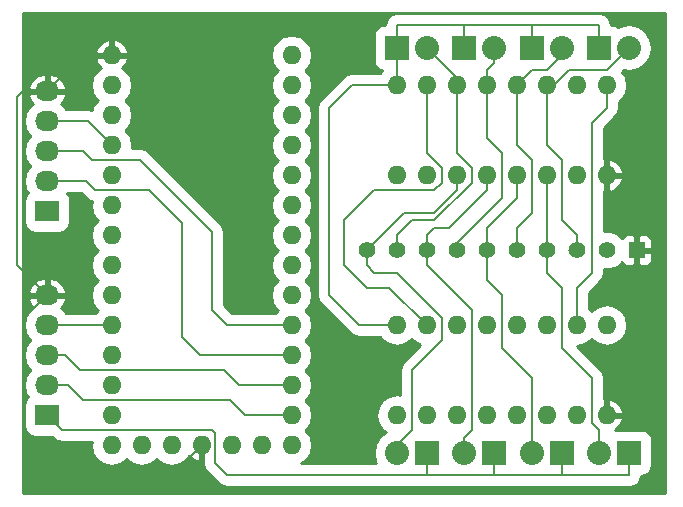
<source format=gbl>
G04 #@! TF.FileFunction,Copper,L2,Bot,Signal*
%FSLAX46Y46*%
G04 Gerber Fmt 4.6, Leading zero omitted, Abs format (unit mm)*
G04 Created by KiCad (PCBNEW 4.0.1-stable) date 27/12/2015 00:21:34*
%MOMM*%
G01*
G04 APERTURE LIST*
%ADD10C,0.100000*%
%ADD11O,1.600000X1.600000*%
%ADD12R,1.397000X1.397000*%
%ADD13C,1.397000*%
%ADD14R,2.032000X2.032000*%
%ADD15O,2.032000X2.032000*%
%ADD16R,2.032000X1.727200*%
%ADD17O,2.032000X1.727200*%
%ADD18C,0.152400*%
%ADD19C,0.254000*%
G04 APERTURE END LIST*
D10*
D11*
X90805000Y-114300000D03*
X85725000Y-114300000D03*
X88265000Y-114300000D03*
X83185000Y-114300000D03*
X78105000Y-114300000D03*
X78105000Y-81280000D03*
X78105000Y-83820000D03*
X78105000Y-86360000D03*
X78105000Y-88900000D03*
X78105000Y-91440000D03*
X78105000Y-93980000D03*
X78105000Y-96520000D03*
X78105000Y-99060000D03*
X78105000Y-101600000D03*
X78105000Y-104140000D03*
X78105000Y-106680000D03*
X78105000Y-109220000D03*
X78105000Y-111760000D03*
X80645000Y-114300000D03*
X93345000Y-114300000D03*
X93345000Y-111760000D03*
X93345000Y-109220000D03*
X93345000Y-106680000D03*
X93345000Y-104140000D03*
X93345000Y-101600000D03*
X93345000Y-99060000D03*
X93345000Y-96520000D03*
X93345000Y-93980000D03*
X93345000Y-91440000D03*
X93345000Y-88900000D03*
X93345000Y-86360000D03*
X93345000Y-83820000D03*
X93345000Y-81280000D03*
D12*
X122555000Y-97790000D03*
D13*
X120015000Y-97790000D03*
X117475000Y-97790000D03*
X114935000Y-97790000D03*
X112395000Y-97790000D03*
X109855000Y-97790000D03*
X107315000Y-97790000D03*
X104775000Y-97790000D03*
X102235000Y-97790000D03*
X99695000Y-97790000D03*
D11*
X102235000Y-91440000D03*
X104775000Y-91440000D03*
X107315000Y-91440000D03*
X109855000Y-91440000D03*
X112395000Y-91440000D03*
X114935000Y-91440000D03*
X117475000Y-91440000D03*
X120015000Y-91440000D03*
X120015000Y-83820000D03*
X117475000Y-83820000D03*
X114935000Y-83820000D03*
X112395000Y-83820000D03*
X109855000Y-83820000D03*
X107315000Y-83820000D03*
X104775000Y-83820000D03*
X102235000Y-83820000D03*
X102235000Y-111760000D03*
X104775000Y-111760000D03*
X107315000Y-111760000D03*
X109855000Y-111760000D03*
X112395000Y-111760000D03*
X114935000Y-111760000D03*
X117475000Y-111760000D03*
X120015000Y-111760000D03*
X120015000Y-104140000D03*
X117475000Y-104140000D03*
X114935000Y-104140000D03*
X112395000Y-104140000D03*
X109855000Y-104140000D03*
X107315000Y-104140000D03*
X104775000Y-104140000D03*
X102235000Y-104140000D03*
D14*
X102235000Y-80645000D03*
D15*
X104775000Y-80645000D03*
D14*
X119380000Y-80645000D03*
D15*
X121920000Y-80645000D03*
D14*
X104775000Y-114935000D03*
D15*
X102235000Y-114935000D03*
D14*
X116205000Y-114935000D03*
D15*
X113665000Y-114935000D03*
D14*
X110490000Y-114935000D03*
D15*
X107950000Y-114935000D03*
D16*
X72644000Y-111760000D03*
D17*
X72644000Y-109220000D03*
X72644000Y-106680000D03*
X72644000Y-104140000D03*
X72644000Y-101600000D03*
D16*
X72644000Y-94488000D03*
D17*
X72644000Y-91948000D03*
X72644000Y-89408000D03*
X72644000Y-86868000D03*
X72644000Y-84328000D03*
D14*
X113665000Y-80645000D03*
D15*
X116205000Y-80645000D03*
D14*
X107950000Y-80645000D03*
D15*
X110490000Y-80645000D03*
D14*
X121920000Y-114935000D03*
D15*
X119380000Y-114935000D03*
D18*
X104775000Y-114935000D02*
X104775000Y-116713000D01*
X73914000Y-113030000D02*
X72644000Y-111760000D01*
X86614000Y-113030000D02*
X73914000Y-113030000D01*
X86868000Y-113284000D02*
X86614000Y-113030000D01*
X86868000Y-115824000D02*
X86868000Y-113284000D01*
X87884000Y-116840000D02*
X86868000Y-115824000D01*
X104648000Y-116840000D02*
X87884000Y-116840000D01*
X104775000Y-116713000D02*
X104648000Y-116840000D01*
X116205000Y-114935000D02*
X116205000Y-116840000D01*
X110490000Y-114935000D02*
X110490000Y-116840000D01*
X121920000Y-114935000D02*
X121920000Y-116840000D01*
X104775000Y-116840000D02*
X104775000Y-114935000D01*
X121920000Y-116840000D02*
X116205000Y-116840000D01*
X116205000Y-116840000D02*
X110490000Y-116840000D01*
X110490000Y-116840000D02*
X104775000Y-116840000D01*
X102235000Y-83820000D02*
X98425000Y-83820000D01*
X99060000Y-104140000D02*
X102235000Y-104140000D01*
X96520000Y-101600000D02*
X99060000Y-104140000D01*
X96520000Y-85725000D02*
X96520000Y-101600000D01*
X98425000Y-83820000D02*
X96520000Y-85725000D01*
X107950000Y-80645000D02*
X107950000Y-78740000D01*
X113665000Y-80645000D02*
X113665000Y-78740000D01*
X102235000Y-80645000D02*
X102235000Y-78740000D01*
X119380000Y-78740000D02*
X119380000Y-80645000D01*
X102235000Y-78740000D02*
X107950000Y-78740000D01*
X107950000Y-78740000D02*
X113665000Y-78740000D01*
X113665000Y-78740000D02*
X119380000Y-78740000D01*
X102235000Y-80645000D02*
X102235000Y-83820000D01*
X72644000Y-109220000D02*
X74422000Y-109220000D01*
X89408000Y-111760000D02*
X93345000Y-111760000D01*
X88138000Y-110490000D02*
X89408000Y-111760000D01*
X75692000Y-110490000D02*
X88138000Y-110490000D01*
X74422000Y-109220000D02*
X75692000Y-110490000D01*
X72644000Y-106680000D02*
X74168000Y-106680000D01*
X88900000Y-109220000D02*
X93345000Y-109220000D01*
X87630000Y-107950000D02*
X88900000Y-109220000D01*
X75438000Y-107950000D02*
X87630000Y-107950000D01*
X74168000Y-106680000D02*
X75438000Y-107950000D01*
X72644000Y-104140000D02*
X78105000Y-104140000D01*
X72644000Y-101600000D02*
X70612000Y-103632000D01*
X83693000Y-116332000D02*
X85725000Y-114300000D01*
X71120000Y-116332000D02*
X83693000Y-116332000D01*
X70612000Y-115824000D02*
X71120000Y-116332000D01*
X70612000Y-103632000D02*
X70612000Y-115824000D01*
X72644000Y-84328000D02*
X70612000Y-84328000D01*
X70612000Y-84328000D02*
X70104000Y-84836000D01*
X70104000Y-84836000D02*
X70104000Y-99060000D01*
X70104000Y-99060000D02*
X72644000Y-101600000D01*
X78105000Y-81280000D02*
X75692000Y-81280000D01*
X75692000Y-81280000D02*
X72644000Y-84328000D01*
X122555000Y-97790000D02*
X122555000Y-111760000D01*
X122555000Y-111760000D02*
X120015000Y-111760000D01*
X120015000Y-91440000D02*
X121920000Y-91440000D01*
X122555000Y-92075000D02*
X122555000Y-97790000D01*
X121920000Y-91440000D02*
X122555000Y-92075000D01*
X72644000Y-91948000D02*
X75946000Y-91948000D01*
X85598000Y-106680000D02*
X93345000Y-106680000D01*
X84074000Y-105156000D02*
X85598000Y-106680000D01*
X84074000Y-95504000D02*
X84074000Y-105156000D01*
X81280000Y-92710000D02*
X84074000Y-95504000D01*
X76708000Y-92710000D02*
X81280000Y-92710000D01*
X75946000Y-91948000D02*
X76708000Y-92710000D01*
X72644000Y-89408000D02*
X75692000Y-89408000D01*
X87884000Y-104140000D02*
X93345000Y-104140000D01*
X86614000Y-102870000D02*
X87884000Y-104140000D01*
X86614000Y-96266000D02*
X86614000Y-102870000D01*
X80518000Y-90170000D02*
X86614000Y-96266000D01*
X76454000Y-90170000D02*
X80518000Y-90170000D01*
X75692000Y-89408000D02*
X76454000Y-90170000D01*
X72644000Y-86868000D02*
X76073000Y-86868000D01*
X76073000Y-86868000D02*
X78105000Y-88900000D01*
X112395000Y-83820000D02*
X112395000Y-88900000D01*
X112395000Y-95885000D02*
X112395000Y-97790000D01*
X113665000Y-94615000D02*
X112395000Y-95885000D01*
X113665000Y-90170000D02*
X113665000Y-94615000D01*
X112395000Y-88900000D02*
X113665000Y-90170000D01*
X112395000Y-83820000D02*
X113665000Y-82550000D01*
X114935000Y-82550000D02*
X116205000Y-81280000D01*
X113665000Y-82550000D02*
X114935000Y-82550000D01*
X116205000Y-81280000D02*
X116205000Y-80645000D01*
X102235000Y-114935000D02*
X102235000Y-114300000D01*
X102235000Y-114300000D02*
X103505000Y-113030000D01*
X103505000Y-113030000D02*
X103505000Y-107950000D01*
X103505000Y-107950000D02*
X106045000Y-105410000D01*
X106045000Y-105410000D02*
X106045000Y-103505000D01*
X106045000Y-103505000D02*
X102235000Y-99695000D01*
X102235000Y-99695000D02*
X100330000Y-99695000D01*
X100330000Y-99695000D02*
X99695000Y-99060000D01*
X99695000Y-99060000D02*
X99695000Y-97790000D01*
X107315000Y-91440000D02*
X107315000Y-92710000D01*
X102870000Y-94615000D02*
X99695000Y-97790000D01*
X105410000Y-94615000D02*
X102870000Y-94615000D01*
X107315000Y-92710000D02*
X105410000Y-94615000D01*
X109855000Y-83820000D02*
X109855000Y-82550000D01*
X110490000Y-81915000D02*
X110490000Y-80645000D01*
X109855000Y-82550000D02*
X110490000Y-81915000D01*
X109855000Y-83820000D02*
X109855000Y-88265000D01*
X111125000Y-93345000D02*
X107315000Y-97155000D01*
X111125000Y-89535000D02*
X111125000Y-93345000D01*
X109855000Y-88265000D02*
X111125000Y-89535000D01*
X107315000Y-97155000D02*
X107315000Y-97790000D01*
X109855000Y-81280000D02*
X110490000Y-80645000D01*
X113665000Y-114935000D02*
X113665000Y-108585000D01*
X109855000Y-100330000D02*
X109855000Y-97790000D01*
X111125000Y-101600000D02*
X109855000Y-100330000D01*
X111125000Y-106045000D02*
X111125000Y-101600000D01*
X113665000Y-108585000D02*
X111125000Y-106045000D01*
X112395000Y-91440000D02*
X112395000Y-93345000D01*
X109855000Y-95885000D02*
X109855000Y-97790000D01*
X112395000Y-93345000D02*
X109855000Y-95885000D01*
X107315000Y-83820000D02*
X107315000Y-89535000D01*
X102235000Y-96520000D02*
X102235000Y-97790000D01*
X103505000Y-95250000D02*
X102235000Y-96520000D01*
X105410000Y-95250000D02*
X103505000Y-95250000D01*
X108585000Y-92075000D02*
X105410000Y-95250000D01*
X108585000Y-90805000D02*
X108585000Y-92075000D01*
X107315000Y-89535000D02*
X108585000Y-90805000D01*
X107315000Y-83820000D02*
X107315000Y-83185000D01*
X107315000Y-83185000D02*
X104775000Y-80645000D01*
X119380000Y-114935000D02*
X119380000Y-113030000D01*
X114935000Y-99695000D02*
X114935000Y-97790000D01*
X116205000Y-100965000D02*
X114935000Y-99695000D01*
X116205000Y-106045000D02*
X116205000Y-100965000D01*
X118745000Y-108585000D02*
X116205000Y-106045000D01*
X118745000Y-112395000D02*
X118745000Y-108585000D01*
X119380000Y-113030000D02*
X118745000Y-112395000D01*
X114935000Y-91440000D02*
X114935000Y-97790000D01*
X114935000Y-91440000D02*
X114935000Y-92075000D01*
X114935000Y-83820000D02*
X114935000Y-88900000D01*
X117475000Y-96520000D02*
X117475000Y-97790000D01*
X116205000Y-95250000D02*
X117475000Y-96520000D01*
X116205000Y-90170000D02*
X116205000Y-95250000D01*
X114935000Y-88900000D02*
X116205000Y-90170000D01*
X114935000Y-83820000D02*
X115570000Y-83820000D01*
X115570000Y-83820000D02*
X116840000Y-82550000D01*
X120015000Y-82550000D02*
X121920000Y-80645000D01*
X116840000Y-82550000D02*
X120015000Y-82550000D01*
X116840000Y-97790000D02*
X117475000Y-97790000D01*
X107950000Y-114935000D02*
X107950000Y-113665000D01*
X104775000Y-99060000D02*
X104775000Y-97790000D01*
X108585000Y-102870000D02*
X104775000Y-99060000D01*
X108585000Y-113030000D02*
X108585000Y-102870000D01*
X107950000Y-113665000D02*
X108585000Y-113030000D01*
X109855000Y-91440000D02*
X109855000Y-92710000D01*
X105410000Y-95885000D02*
X104775000Y-96520000D01*
X106680000Y-95885000D02*
X105410000Y-95885000D01*
X109855000Y-92710000D02*
X106680000Y-95885000D01*
X104775000Y-96520000D02*
X104775000Y-97790000D01*
X104775000Y-96520000D02*
X104775000Y-97790000D01*
X109855000Y-91440000D02*
X109855000Y-92075000D01*
X104775000Y-83820000D02*
X104775000Y-89535000D01*
X101600000Y-100965000D02*
X104775000Y-104140000D01*
X99695000Y-100965000D02*
X101600000Y-100965000D01*
X97790000Y-99060000D02*
X99695000Y-100965000D01*
X97790000Y-95250000D02*
X97790000Y-99060000D01*
X100330000Y-92710000D02*
X97790000Y-95250000D01*
X105410000Y-92710000D02*
X100330000Y-92710000D01*
X106045000Y-92075000D02*
X105410000Y-92710000D01*
X106045000Y-90805000D02*
X106045000Y-92075000D01*
X104775000Y-89535000D02*
X106045000Y-90805000D01*
X117475000Y-104140000D02*
X117475000Y-100965000D01*
X120015000Y-85725000D02*
X120015000Y-83820000D01*
X118745000Y-86995000D02*
X120015000Y-85725000D01*
X118745000Y-99695000D02*
X118745000Y-86995000D01*
X117475000Y-100965000D02*
X118745000Y-99695000D01*
D19*
G36*
X124982000Y-118378000D02*
X70598000Y-118378000D01*
X70598000Y-101240974D01*
X71036642Y-101240974D01*
X71157783Y-101473000D01*
X72517000Y-101473000D01*
X72517000Y-100259076D01*
X72771000Y-100259076D01*
X72771000Y-101473000D01*
X74130217Y-101473000D01*
X74251358Y-101240974D01*
X74248709Y-101225209D01*
X73994732Y-100697964D01*
X73558320Y-100308046D01*
X73005913Y-100114816D01*
X72771000Y-100259076D01*
X72517000Y-100259076D01*
X72282087Y-100114816D01*
X71729680Y-100308046D01*
X71293268Y-100697964D01*
X71039291Y-101225209D01*
X71036642Y-101240974D01*
X70598000Y-101240974D01*
X70598000Y-86868000D01*
X70662934Y-86868000D01*
X70799235Y-87553233D01*
X71187389Y-88134145D01*
X71193158Y-88138000D01*
X71187389Y-88141855D01*
X70799235Y-88722767D01*
X70662934Y-89408000D01*
X70799235Y-90093233D01*
X71187389Y-90674145D01*
X71193158Y-90678000D01*
X71187389Y-90681855D01*
X70799235Y-91262767D01*
X70662934Y-91948000D01*
X70799235Y-92633233D01*
X70996838Y-92928966D01*
X70968967Y-92946901D01*
X70757304Y-93256679D01*
X70682839Y-93624400D01*
X70682839Y-95351600D01*
X70747478Y-95695126D01*
X70950501Y-96010633D01*
X71260279Y-96222296D01*
X71628000Y-96296761D01*
X73660000Y-96296761D01*
X74003526Y-96232122D01*
X74319033Y-96029099D01*
X74530696Y-95719321D01*
X74605161Y-95351600D01*
X74605161Y-93624400D01*
X74540522Y-93280874D01*
X74337499Y-92965367D01*
X74316765Y-92951200D01*
X75530460Y-92951200D01*
X75998628Y-93419367D01*
X75998630Y-93419370D01*
X76272404Y-93602299D01*
X76324092Y-93636836D01*
X76409064Y-93653738D01*
X76344166Y-93980000D01*
X76475626Y-94640894D01*
X76849993Y-95201173D01*
X76923068Y-95250000D01*
X76849993Y-95298827D01*
X76475626Y-95859106D01*
X76344166Y-96520000D01*
X76475626Y-97180894D01*
X76849993Y-97741173D01*
X76923068Y-97790000D01*
X76849993Y-97838827D01*
X76475626Y-98399106D01*
X76344166Y-99060000D01*
X76475626Y-99720894D01*
X76849993Y-100281173D01*
X76923068Y-100330000D01*
X76849993Y-100378827D01*
X76475626Y-100939106D01*
X76344166Y-101600000D01*
X76475626Y-102260894D01*
X76849993Y-102821173D01*
X76923068Y-102870000D01*
X76849993Y-102918827D01*
X76704348Y-103136800D01*
X74276306Y-103136800D01*
X74100611Y-102873855D01*
X73801940Y-102674289D01*
X73994732Y-102502036D01*
X74248709Y-101974791D01*
X74251358Y-101959026D01*
X74130217Y-101727000D01*
X72771000Y-101727000D01*
X72771000Y-101747000D01*
X72517000Y-101747000D01*
X72517000Y-101727000D01*
X71157783Y-101727000D01*
X71036642Y-101959026D01*
X71039291Y-101974791D01*
X71293268Y-102502036D01*
X71486060Y-102674289D01*
X71187389Y-102873855D01*
X70799235Y-103454767D01*
X70662934Y-104140000D01*
X70799235Y-104825233D01*
X71187389Y-105406145D01*
X71193158Y-105410000D01*
X71187389Y-105413855D01*
X70799235Y-105994767D01*
X70662934Y-106680000D01*
X70799235Y-107365233D01*
X71187389Y-107946145D01*
X71193158Y-107950000D01*
X71187389Y-107953855D01*
X70799235Y-108534767D01*
X70662934Y-109220000D01*
X70799235Y-109905233D01*
X70996838Y-110200966D01*
X70968967Y-110218901D01*
X70757304Y-110528679D01*
X70682839Y-110896400D01*
X70682839Y-112623600D01*
X70747478Y-112967126D01*
X70950501Y-113282633D01*
X71260279Y-113494296D01*
X71628000Y-113568761D01*
X73034022Y-113568761D01*
X73204628Y-113739367D01*
X73204630Y-113739370D01*
X73469114Y-113916092D01*
X73530092Y-113956836D01*
X73914000Y-114033201D01*
X73914005Y-114033200D01*
X76397236Y-114033200D01*
X76344166Y-114300000D01*
X76475626Y-114960894D01*
X76849993Y-115521173D01*
X77410272Y-115895540D01*
X78071166Y-116027000D01*
X78138834Y-116027000D01*
X78799728Y-115895540D01*
X79360007Y-115521173D01*
X79375000Y-115498734D01*
X79389993Y-115521173D01*
X79950272Y-115895540D01*
X80611166Y-116027000D01*
X80678834Y-116027000D01*
X81339728Y-115895540D01*
X81900007Y-115521173D01*
X81915000Y-115498734D01*
X81929993Y-115521173D01*
X82490272Y-115895540D01*
X83151166Y-116027000D01*
X83218834Y-116027000D01*
X83879728Y-115895540D01*
X84440007Y-115521173D01*
X84648931Y-115208497D01*
X84869866Y-115452389D01*
X85375959Y-115691914D01*
X85598000Y-115570629D01*
X85598000Y-114427000D01*
X85578000Y-114427000D01*
X85578000Y-114173000D01*
X85598000Y-114173000D01*
X85598000Y-114153000D01*
X85852000Y-114153000D01*
X85852000Y-114173000D01*
X85864800Y-114173000D01*
X85864800Y-114427000D01*
X85852000Y-114427000D01*
X85852000Y-115570629D01*
X85864800Y-115577621D01*
X85864800Y-115823995D01*
X85864799Y-115824000D01*
X85941164Y-116207908D01*
X86158630Y-116533370D01*
X87174630Y-117549370D01*
X87500092Y-117766836D01*
X87884000Y-117843201D01*
X87884005Y-117843200D01*
X104647995Y-117843200D01*
X104648000Y-117843201D01*
X104711502Y-117830569D01*
X104775000Y-117843200D01*
X121920000Y-117843200D01*
X122303908Y-117766836D01*
X122629370Y-117549370D01*
X122846836Y-117223908D01*
X122912029Y-116896161D01*
X122936000Y-116896161D01*
X123279526Y-116831522D01*
X123595033Y-116628499D01*
X123806696Y-116318721D01*
X123881161Y-115951000D01*
X123881161Y-113919000D01*
X123816522Y-113575474D01*
X123613499Y-113259967D01*
X123303721Y-113048304D01*
X122936000Y-112973839D01*
X120904000Y-112973839D01*
X120702343Y-113011783D01*
X120752423Y-112991041D01*
X121167389Y-112615134D01*
X121406914Y-112109041D01*
X121285629Y-111887000D01*
X120142000Y-111887000D01*
X120142000Y-111907000D01*
X119888000Y-111907000D01*
X119888000Y-111887000D01*
X119868000Y-111887000D01*
X119868000Y-111633000D01*
X119888000Y-111633000D01*
X119888000Y-110490085D01*
X120142000Y-110490085D01*
X120142000Y-111633000D01*
X121285629Y-111633000D01*
X121406914Y-111410959D01*
X121167389Y-110904866D01*
X120752423Y-110528959D01*
X120364039Y-110368096D01*
X120142000Y-110490085D01*
X119888000Y-110490085D01*
X119748200Y-110413278D01*
X119748200Y-108585000D01*
X119671836Y-108201092D01*
X119454370Y-107875630D01*
X119454367Y-107875628D01*
X117478815Y-105900075D01*
X118135894Y-105769374D01*
X118696173Y-105395007D01*
X118745000Y-105321932D01*
X118793827Y-105395007D01*
X119354106Y-105769374D01*
X120015000Y-105900834D01*
X120675894Y-105769374D01*
X121236173Y-105395007D01*
X121610540Y-104834728D01*
X121742000Y-104173834D01*
X121742000Y-104106166D01*
X121610540Y-103445272D01*
X121236173Y-102884993D01*
X120675894Y-102510626D01*
X120015000Y-102379166D01*
X119354106Y-102510626D01*
X118793827Y-102884993D01*
X118745000Y-102958068D01*
X118696173Y-102884993D01*
X118478200Y-102739348D01*
X118478200Y-101380540D01*
X119454367Y-100404372D01*
X119454370Y-100404370D01*
X119671836Y-100078908D01*
X119674961Y-100063200D01*
X119748201Y-99695000D01*
X119748200Y-99694995D01*
X119748200Y-99415268D01*
X120336913Y-99415781D01*
X120934569Y-99168835D01*
X121299917Y-98804124D01*
X121318173Y-98848199D01*
X121496802Y-99026827D01*
X121730191Y-99123500D01*
X122269250Y-99123500D01*
X122428000Y-98964750D01*
X122428000Y-97917000D01*
X122682000Y-97917000D01*
X122682000Y-98964750D01*
X122840750Y-99123500D01*
X123379809Y-99123500D01*
X123613198Y-99026827D01*
X123791827Y-98848199D01*
X123888500Y-98614810D01*
X123888500Y-98075750D01*
X123729750Y-97917000D01*
X122682000Y-97917000D01*
X122428000Y-97917000D01*
X122408000Y-97917000D01*
X122408000Y-97663000D01*
X122428000Y-97663000D01*
X122428000Y-96615250D01*
X122682000Y-96615250D01*
X122682000Y-97663000D01*
X123729750Y-97663000D01*
X123888500Y-97504250D01*
X123888500Y-96965190D01*
X123791827Y-96731801D01*
X123613198Y-96553173D01*
X123379809Y-96456500D01*
X122840750Y-96456500D01*
X122682000Y-96615250D01*
X122428000Y-96615250D01*
X122269250Y-96456500D01*
X121730191Y-96456500D01*
X121496802Y-96553173D01*
X121318173Y-96731801D01*
X121299778Y-96776210D01*
X120936974Y-96412772D01*
X120339750Y-96164783D01*
X119748200Y-96164267D01*
X119748200Y-92786722D01*
X119888000Y-92709915D01*
X119888000Y-91567000D01*
X120142000Y-91567000D01*
X120142000Y-92709915D01*
X120364039Y-92831904D01*
X120752423Y-92671041D01*
X121167389Y-92295134D01*
X121406914Y-91789041D01*
X121285629Y-91567000D01*
X120142000Y-91567000D01*
X119888000Y-91567000D01*
X119868000Y-91567000D01*
X119868000Y-91313000D01*
X119888000Y-91313000D01*
X119888000Y-90170085D01*
X120142000Y-90170085D01*
X120142000Y-91313000D01*
X121285629Y-91313000D01*
X121406914Y-91090959D01*
X121167389Y-90584866D01*
X120752423Y-90208959D01*
X120364039Y-90048096D01*
X120142000Y-90170085D01*
X119888000Y-90170085D01*
X119748200Y-90093278D01*
X119748200Y-87410540D01*
X120724367Y-86434372D01*
X120724370Y-86434370D01*
X120941836Y-86108908D01*
X121018201Y-85725000D01*
X121018200Y-85724995D01*
X121018200Y-85220652D01*
X121236173Y-85075007D01*
X121610540Y-84514728D01*
X121742000Y-83853834D01*
X121742000Y-83786166D01*
X121610540Y-83125272D01*
X121309302Y-82674438D01*
X121450970Y-82532770D01*
X121920000Y-82626066D01*
X122663554Y-82478164D01*
X123293908Y-82056974D01*
X123715098Y-81426620D01*
X123863000Y-80683066D01*
X123863000Y-80606934D01*
X123715098Y-79863380D01*
X123293908Y-79233026D01*
X122663554Y-78811836D01*
X121920000Y-78663934D01*
X121176446Y-78811836D01*
X121007390Y-78924796D01*
X120763721Y-78758304D01*
X120396000Y-78683839D01*
X120372029Y-78683839D01*
X120306836Y-78356092D01*
X120089370Y-78030630D01*
X119763908Y-77813164D01*
X119380000Y-77736800D01*
X102235000Y-77736800D01*
X101851092Y-77813164D01*
X101525630Y-78030630D01*
X101308164Y-78356092D01*
X101242971Y-78683839D01*
X101219000Y-78683839D01*
X100875474Y-78748478D01*
X100559967Y-78951501D01*
X100348304Y-79261279D01*
X100273839Y-79629000D01*
X100273839Y-81661000D01*
X100338478Y-82004526D01*
X100541501Y-82320033D01*
X100851279Y-82531696D01*
X101014264Y-82564701D01*
X101013827Y-82564993D01*
X100845575Y-82816800D01*
X98425005Y-82816800D01*
X98425000Y-82816799D01*
X98041092Y-82893164D01*
X97715630Y-83110630D01*
X97715628Y-83110633D01*
X95810630Y-85015630D01*
X95593164Y-85341092D01*
X95516799Y-85725000D01*
X95516800Y-85725005D01*
X95516800Y-101599995D01*
X95516799Y-101600000D01*
X95593164Y-101983908D01*
X95810630Y-102309370D01*
X98350628Y-104849367D01*
X98350630Y-104849370D01*
X98676092Y-105066836D01*
X99060000Y-105143200D01*
X100845575Y-105143200D01*
X101013827Y-105395007D01*
X101574106Y-105769374D01*
X102235000Y-105900834D01*
X102895894Y-105769374D01*
X103456173Y-105395007D01*
X103505000Y-105321932D01*
X103553827Y-105395007D01*
X104114106Y-105769374D01*
X104241539Y-105794722D01*
X102795630Y-107240630D01*
X102578164Y-107566092D01*
X102501799Y-107950000D01*
X102501800Y-107950005D01*
X102501800Y-110052236D01*
X102235000Y-109999166D01*
X101574106Y-110130626D01*
X101013827Y-110504993D01*
X100639460Y-111065272D01*
X100508000Y-111726166D01*
X100508000Y-111793834D01*
X100639460Y-112454728D01*
X101013827Y-113015007D01*
X101317611Y-113217989D01*
X100861092Y-113523026D01*
X100439902Y-114153380D01*
X100292000Y-114896934D01*
X100292000Y-114973066D01*
X100439902Y-115716620D01*
X100520204Y-115836800D01*
X94127638Y-115836800D01*
X94600007Y-115521173D01*
X94974374Y-114960894D01*
X95105834Y-114300000D01*
X94974374Y-113639106D01*
X94600007Y-113078827D01*
X94526932Y-113030000D01*
X94600007Y-112981173D01*
X94974374Y-112420894D01*
X95105834Y-111760000D01*
X94974374Y-111099106D01*
X94600007Y-110538827D01*
X94526932Y-110490000D01*
X94600007Y-110441173D01*
X94974374Y-109880894D01*
X95105834Y-109220000D01*
X94974374Y-108559106D01*
X94600007Y-107998827D01*
X94526932Y-107950000D01*
X94600007Y-107901173D01*
X94974374Y-107340894D01*
X95105834Y-106680000D01*
X94974374Y-106019106D01*
X94600007Y-105458827D01*
X94526932Y-105410000D01*
X94600007Y-105361173D01*
X94974374Y-104800894D01*
X95105834Y-104140000D01*
X94974374Y-103479106D01*
X94600007Y-102918827D01*
X94526932Y-102870000D01*
X94600007Y-102821173D01*
X94974374Y-102260894D01*
X95105834Y-101600000D01*
X94974374Y-100939106D01*
X94600007Y-100378827D01*
X94526932Y-100330000D01*
X94600007Y-100281173D01*
X94974374Y-99720894D01*
X95105834Y-99060000D01*
X94974374Y-98399106D01*
X94600007Y-97838827D01*
X94526932Y-97790000D01*
X94600007Y-97741173D01*
X94974374Y-97180894D01*
X95105834Y-96520000D01*
X94974374Y-95859106D01*
X94600007Y-95298827D01*
X94526932Y-95250000D01*
X94600007Y-95201173D01*
X94974374Y-94640894D01*
X95105834Y-93980000D01*
X94974374Y-93319106D01*
X94600007Y-92758827D01*
X94526932Y-92710000D01*
X94600007Y-92661173D01*
X94974374Y-92100894D01*
X95105834Y-91440000D01*
X94974374Y-90779106D01*
X94600007Y-90218827D01*
X94526932Y-90170000D01*
X94600007Y-90121173D01*
X94974374Y-89560894D01*
X95105834Y-88900000D01*
X94974374Y-88239106D01*
X94600007Y-87678827D01*
X94526932Y-87630000D01*
X94600007Y-87581173D01*
X94974374Y-87020894D01*
X95105834Y-86360000D01*
X94974374Y-85699106D01*
X94600007Y-85138827D01*
X94526932Y-85090000D01*
X94600007Y-85041173D01*
X94974374Y-84480894D01*
X95105834Y-83820000D01*
X94974374Y-83159106D01*
X94600007Y-82598827D01*
X94526932Y-82550000D01*
X94600007Y-82501173D01*
X94974374Y-81940894D01*
X95105834Y-81280000D01*
X94974374Y-80619106D01*
X94600007Y-80058827D01*
X94039728Y-79684460D01*
X93378834Y-79553000D01*
X93311166Y-79553000D01*
X92650272Y-79684460D01*
X92089993Y-80058827D01*
X91715626Y-80619106D01*
X91584166Y-81280000D01*
X91715626Y-81940894D01*
X92089993Y-82501173D01*
X92163068Y-82550000D01*
X92089993Y-82598827D01*
X91715626Y-83159106D01*
X91584166Y-83820000D01*
X91715626Y-84480894D01*
X92089993Y-85041173D01*
X92163068Y-85090000D01*
X92089993Y-85138827D01*
X91715626Y-85699106D01*
X91584166Y-86360000D01*
X91715626Y-87020894D01*
X92089993Y-87581173D01*
X92163068Y-87630000D01*
X92089993Y-87678827D01*
X91715626Y-88239106D01*
X91584166Y-88900000D01*
X91715626Y-89560894D01*
X92089993Y-90121173D01*
X92163068Y-90170000D01*
X92089993Y-90218827D01*
X91715626Y-90779106D01*
X91584166Y-91440000D01*
X91715626Y-92100894D01*
X92089993Y-92661173D01*
X92163068Y-92710000D01*
X92089993Y-92758827D01*
X91715626Y-93319106D01*
X91584166Y-93980000D01*
X91715626Y-94640894D01*
X92089993Y-95201173D01*
X92163068Y-95250000D01*
X92089993Y-95298827D01*
X91715626Y-95859106D01*
X91584166Y-96520000D01*
X91715626Y-97180894D01*
X92089993Y-97741173D01*
X92163068Y-97790000D01*
X92089993Y-97838827D01*
X91715626Y-98399106D01*
X91584166Y-99060000D01*
X91715626Y-99720894D01*
X92089993Y-100281173D01*
X92163068Y-100330000D01*
X92089993Y-100378827D01*
X91715626Y-100939106D01*
X91584166Y-101600000D01*
X91715626Y-102260894D01*
X92089993Y-102821173D01*
X92163068Y-102870000D01*
X92089993Y-102918827D01*
X91944348Y-103136800D01*
X88299539Y-103136800D01*
X87617200Y-102454460D01*
X87617200Y-96266005D01*
X87617201Y-96266000D01*
X87540836Y-95882092D01*
X87432076Y-95719321D01*
X87323370Y-95556630D01*
X87323367Y-95556628D01*
X81227370Y-89460630D01*
X80901908Y-89243164D01*
X80518000Y-89166799D01*
X80517995Y-89166800D01*
X79812764Y-89166800D01*
X79865834Y-88900000D01*
X79734374Y-88239106D01*
X79360007Y-87678827D01*
X79286932Y-87630000D01*
X79360007Y-87581173D01*
X79734374Y-87020894D01*
X79865834Y-86360000D01*
X79734374Y-85699106D01*
X79360007Y-85138827D01*
X79286932Y-85090000D01*
X79360007Y-85041173D01*
X79734374Y-84480894D01*
X79865834Y-83820000D01*
X79734374Y-83159106D01*
X79360007Y-82598827D01*
X79016987Y-82369628D01*
X79336041Y-82017423D01*
X79496904Y-81629039D01*
X79374915Y-81407000D01*
X78232000Y-81407000D01*
X78232000Y-81427000D01*
X77978000Y-81427000D01*
X77978000Y-81407000D01*
X76835085Y-81407000D01*
X76713096Y-81629039D01*
X76873959Y-82017423D01*
X77193013Y-82369628D01*
X76849993Y-82598827D01*
X76475626Y-83159106D01*
X76344166Y-83820000D01*
X76475626Y-84480894D01*
X76849993Y-85041173D01*
X76923068Y-85090000D01*
X76849993Y-85138827D01*
X76475626Y-85699106D01*
X76428598Y-85935533D01*
X76073000Y-85864799D01*
X76072995Y-85864800D01*
X74276306Y-85864800D01*
X74100611Y-85601855D01*
X73801940Y-85402289D01*
X73994732Y-85230036D01*
X74248709Y-84702791D01*
X74251358Y-84687026D01*
X74130217Y-84455000D01*
X72771000Y-84455000D01*
X72771000Y-84475000D01*
X72517000Y-84475000D01*
X72517000Y-84455000D01*
X71157783Y-84455000D01*
X71036642Y-84687026D01*
X71039291Y-84702791D01*
X71293268Y-85230036D01*
X71486060Y-85402289D01*
X71187389Y-85601855D01*
X70799235Y-86182767D01*
X70662934Y-86868000D01*
X70598000Y-86868000D01*
X70598000Y-83968974D01*
X71036642Y-83968974D01*
X71157783Y-84201000D01*
X72517000Y-84201000D01*
X72517000Y-82987076D01*
X72771000Y-82987076D01*
X72771000Y-84201000D01*
X74130217Y-84201000D01*
X74251358Y-83968974D01*
X74248709Y-83953209D01*
X73994732Y-83425964D01*
X73558320Y-83036046D01*
X73005913Y-82842816D01*
X72771000Y-82987076D01*
X72517000Y-82987076D01*
X72282087Y-82842816D01*
X71729680Y-83036046D01*
X71293268Y-83425964D01*
X71039291Y-83953209D01*
X71036642Y-83968974D01*
X70598000Y-83968974D01*
X70598000Y-80930961D01*
X76713096Y-80930961D01*
X76835085Y-81153000D01*
X77978000Y-81153000D01*
X77978000Y-80009371D01*
X78232000Y-80009371D01*
X78232000Y-81153000D01*
X79374915Y-81153000D01*
X79496904Y-80930961D01*
X79336041Y-80542577D01*
X78960134Y-80127611D01*
X78454041Y-79888086D01*
X78232000Y-80009371D01*
X77978000Y-80009371D01*
X77755959Y-79888086D01*
X77249866Y-80127611D01*
X76873959Y-80542577D01*
X76713096Y-80930961D01*
X70598000Y-80930961D01*
X70598000Y-77710000D01*
X124982000Y-77710000D01*
X124982000Y-118378000D01*
X124982000Y-118378000D01*
G37*
X124982000Y-118378000D02*
X70598000Y-118378000D01*
X70598000Y-101240974D01*
X71036642Y-101240974D01*
X71157783Y-101473000D01*
X72517000Y-101473000D01*
X72517000Y-100259076D01*
X72771000Y-100259076D01*
X72771000Y-101473000D01*
X74130217Y-101473000D01*
X74251358Y-101240974D01*
X74248709Y-101225209D01*
X73994732Y-100697964D01*
X73558320Y-100308046D01*
X73005913Y-100114816D01*
X72771000Y-100259076D01*
X72517000Y-100259076D01*
X72282087Y-100114816D01*
X71729680Y-100308046D01*
X71293268Y-100697964D01*
X71039291Y-101225209D01*
X71036642Y-101240974D01*
X70598000Y-101240974D01*
X70598000Y-86868000D01*
X70662934Y-86868000D01*
X70799235Y-87553233D01*
X71187389Y-88134145D01*
X71193158Y-88138000D01*
X71187389Y-88141855D01*
X70799235Y-88722767D01*
X70662934Y-89408000D01*
X70799235Y-90093233D01*
X71187389Y-90674145D01*
X71193158Y-90678000D01*
X71187389Y-90681855D01*
X70799235Y-91262767D01*
X70662934Y-91948000D01*
X70799235Y-92633233D01*
X70996838Y-92928966D01*
X70968967Y-92946901D01*
X70757304Y-93256679D01*
X70682839Y-93624400D01*
X70682839Y-95351600D01*
X70747478Y-95695126D01*
X70950501Y-96010633D01*
X71260279Y-96222296D01*
X71628000Y-96296761D01*
X73660000Y-96296761D01*
X74003526Y-96232122D01*
X74319033Y-96029099D01*
X74530696Y-95719321D01*
X74605161Y-95351600D01*
X74605161Y-93624400D01*
X74540522Y-93280874D01*
X74337499Y-92965367D01*
X74316765Y-92951200D01*
X75530460Y-92951200D01*
X75998628Y-93419367D01*
X75998630Y-93419370D01*
X76272404Y-93602299D01*
X76324092Y-93636836D01*
X76409064Y-93653738D01*
X76344166Y-93980000D01*
X76475626Y-94640894D01*
X76849993Y-95201173D01*
X76923068Y-95250000D01*
X76849993Y-95298827D01*
X76475626Y-95859106D01*
X76344166Y-96520000D01*
X76475626Y-97180894D01*
X76849993Y-97741173D01*
X76923068Y-97790000D01*
X76849993Y-97838827D01*
X76475626Y-98399106D01*
X76344166Y-99060000D01*
X76475626Y-99720894D01*
X76849993Y-100281173D01*
X76923068Y-100330000D01*
X76849993Y-100378827D01*
X76475626Y-100939106D01*
X76344166Y-101600000D01*
X76475626Y-102260894D01*
X76849993Y-102821173D01*
X76923068Y-102870000D01*
X76849993Y-102918827D01*
X76704348Y-103136800D01*
X74276306Y-103136800D01*
X74100611Y-102873855D01*
X73801940Y-102674289D01*
X73994732Y-102502036D01*
X74248709Y-101974791D01*
X74251358Y-101959026D01*
X74130217Y-101727000D01*
X72771000Y-101727000D01*
X72771000Y-101747000D01*
X72517000Y-101747000D01*
X72517000Y-101727000D01*
X71157783Y-101727000D01*
X71036642Y-101959026D01*
X71039291Y-101974791D01*
X71293268Y-102502036D01*
X71486060Y-102674289D01*
X71187389Y-102873855D01*
X70799235Y-103454767D01*
X70662934Y-104140000D01*
X70799235Y-104825233D01*
X71187389Y-105406145D01*
X71193158Y-105410000D01*
X71187389Y-105413855D01*
X70799235Y-105994767D01*
X70662934Y-106680000D01*
X70799235Y-107365233D01*
X71187389Y-107946145D01*
X71193158Y-107950000D01*
X71187389Y-107953855D01*
X70799235Y-108534767D01*
X70662934Y-109220000D01*
X70799235Y-109905233D01*
X70996838Y-110200966D01*
X70968967Y-110218901D01*
X70757304Y-110528679D01*
X70682839Y-110896400D01*
X70682839Y-112623600D01*
X70747478Y-112967126D01*
X70950501Y-113282633D01*
X71260279Y-113494296D01*
X71628000Y-113568761D01*
X73034022Y-113568761D01*
X73204628Y-113739367D01*
X73204630Y-113739370D01*
X73469114Y-113916092D01*
X73530092Y-113956836D01*
X73914000Y-114033201D01*
X73914005Y-114033200D01*
X76397236Y-114033200D01*
X76344166Y-114300000D01*
X76475626Y-114960894D01*
X76849993Y-115521173D01*
X77410272Y-115895540D01*
X78071166Y-116027000D01*
X78138834Y-116027000D01*
X78799728Y-115895540D01*
X79360007Y-115521173D01*
X79375000Y-115498734D01*
X79389993Y-115521173D01*
X79950272Y-115895540D01*
X80611166Y-116027000D01*
X80678834Y-116027000D01*
X81339728Y-115895540D01*
X81900007Y-115521173D01*
X81915000Y-115498734D01*
X81929993Y-115521173D01*
X82490272Y-115895540D01*
X83151166Y-116027000D01*
X83218834Y-116027000D01*
X83879728Y-115895540D01*
X84440007Y-115521173D01*
X84648931Y-115208497D01*
X84869866Y-115452389D01*
X85375959Y-115691914D01*
X85598000Y-115570629D01*
X85598000Y-114427000D01*
X85578000Y-114427000D01*
X85578000Y-114173000D01*
X85598000Y-114173000D01*
X85598000Y-114153000D01*
X85852000Y-114153000D01*
X85852000Y-114173000D01*
X85864800Y-114173000D01*
X85864800Y-114427000D01*
X85852000Y-114427000D01*
X85852000Y-115570629D01*
X85864800Y-115577621D01*
X85864800Y-115823995D01*
X85864799Y-115824000D01*
X85941164Y-116207908D01*
X86158630Y-116533370D01*
X87174630Y-117549370D01*
X87500092Y-117766836D01*
X87884000Y-117843201D01*
X87884005Y-117843200D01*
X104647995Y-117843200D01*
X104648000Y-117843201D01*
X104711502Y-117830569D01*
X104775000Y-117843200D01*
X121920000Y-117843200D01*
X122303908Y-117766836D01*
X122629370Y-117549370D01*
X122846836Y-117223908D01*
X122912029Y-116896161D01*
X122936000Y-116896161D01*
X123279526Y-116831522D01*
X123595033Y-116628499D01*
X123806696Y-116318721D01*
X123881161Y-115951000D01*
X123881161Y-113919000D01*
X123816522Y-113575474D01*
X123613499Y-113259967D01*
X123303721Y-113048304D01*
X122936000Y-112973839D01*
X120904000Y-112973839D01*
X120702343Y-113011783D01*
X120752423Y-112991041D01*
X121167389Y-112615134D01*
X121406914Y-112109041D01*
X121285629Y-111887000D01*
X120142000Y-111887000D01*
X120142000Y-111907000D01*
X119888000Y-111907000D01*
X119888000Y-111887000D01*
X119868000Y-111887000D01*
X119868000Y-111633000D01*
X119888000Y-111633000D01*
X119888000Y-110490085D01*
X120142000Y-110490085D01*
X120142000Y-111633000D01*
X121285629Y-111633000D01*
X121406914Y-111410959D01*
X121167389Y-110904866D01*
X120752423Y-110528959D01*
X120364039Y-110368096D01*
X120142000Y-110490085D01*
X119888000Y-110490085D01*
X119748200Y-110413278D01*
X119748200Y-108585000D01*
X119671836Y-108201092D01*
X119454370Y-107875630D01*
X119454367Y-107875628D01*
X117478815Y-105900075D01*
X118135894Y-105769374D01*
X118696173Y-105395007D01*
X118745000Y-105321932D01*
X118793827Y-105395007D01*
X119354106Y-105769374D01*
X120015000Y-105900834D01*
X120675894Y-105769374D01*
X121236173Y-105395007D01*
X121610540Y-104834728D01*
X121742000Y-104173834D01*
X121742000Y-104106166D01*
X121610540Y-103445272D01*
X121236173Y-102884993D01*
X120675894Y-102510626D01*
X120015000Y-102379166D01*
X119354106Y-102510626D01*
X118793827Y-102884993D01*
X118745000Y-102958068D01*
X118696173Y-102884993D01*
X118478200Y-102739348D01*
X118478200Y-101380540D01*
X119454367Y-100404372D01*
X119454370Y-100404370D01*
X119671836Y-100078908D01*
X119674961Y-100063200D01*
X119748201Y-99695000D01*
X119748200Y-99694995D01*
X119748200Y-99415268D01*
X120336913Y-99415781D01*
X120934569Y-99168835D01*
X121299917Y-98804124D01*
X121318173Y-98848199D01*
X121496802Y-99026827D01*
X121730191Y-99123500D01*
X122269250Y-99123500D01*
X122428000Y-98964750D01*
X122428000Y-97917000D01*
X122682000Y-97917000D01*
X122682000Y-98964750D01*
X122840750Y-99123500D01*
X123379809Y-99123500D01*
X123613198Y-99026827D01*
X123791827Y-98848199D01*
X123888500Y-98614810D01*
X123888500Y-98075750D01*
X123729750Y-97917000D01*
X122682000Y-97917000D01*
X122428000Y-97917000D01*
X122408000Y-97917000D01*
X122408000Y-97663000D01*
X122428000Y-97663000D01*
X122428000Y-96615250D01*
X122682000Y-96615250D01*
X122682000Y-97663000D01*
X123729750Y-97663000D01*
X123888500Y-97504250D01*
X123888500Y-96965190D01*
X123791827Y-96731801D01*
X123613198Y-96553173D01*
X123379809Y-96456500D01*
X122840750Y-96456500D01*
X122682000Y-96615250D01*
X122428000Y-96615250D01*
X122269250Y-96456500D01*
X121730191Y-96456500D01*
X121496802Y-96553173D01*
X121318173Y-96731801D01*
X121299778Y-96776210D01*
X120936974Y-96412772D01*
X120339750Y-96164783D01*
X119748200Y-96164267D01*
X119748200Y-92786722D01*
X119888000Y-92709915D01*
X119888000Y-91567000D01*
X120142000Y-91567000D01*
X120142000Y-92709915D01*
X120364039Y-92831904D01*
X120752423Y-92671041D01*
X121167389Y-92295134D01*
X121406914Y-91789041D01*
X121285629Y-91567000D01*
X120142000Y-91567000D01*
X119888000Y-91567000D01*
X119868000Y-91567000D01*
X119868000Y-91313000D01*
X119888000Y-91313000D01*
X119888000Y-90170085D01*
X120142000Y-90170085D01*
X120142000Y-91313000D01*
X121285629Y-91313000D01*
X121406914Y-91090959D01*
X121167389Y-90584866D01*
X120752423Y-90208959D01*
X120364039Y-90048096D01*
X120142000Y-90170085D01*
X119888000Y-90170085D01*
X119748200Y-90093278D01*
X119748200Y-87410540D01*
X120724367Y-86434372D01*
X120724370Y-86434370D01*
X120941836Y-86108908D01*
X121018201Y-85725000D01*
X121018200Y-85724995D01*
X121018200Y-85220652D01*
X121236173Y-85075007D01*
X121610540Y-84514728D01*
X121742000Y-83853834D01*
X121742000Y-83786166D01*
X121610540Y-83125272D01*
X121309302Y-82674438D01*
X121450970Y-82532770D01*
X121920000Y-82626066D01*
X122663554Y-82478164D01*
X123293908Y-82056974D01*
X123715098Y-81426620D01*
X123863000Y-80683066D01*
X123863000Y-80606934D01*
X123715098Y-79863380D01*
X123293908Y-79233026D01*
X122663554Y-78811836D01*
X121920000Y-78663934D01*
X121176446Y-78811836D01*
X121007390Y-78924796D01*
X120763721Y-78758304D01*
X120396000Y-78683839D01*
X120372029Y-78683839D01*
X120306836Y-78356092D01*
X120089370Y-78030630D01*
X119763908Y-77813164D01*
X119380000Y-77736800D01*
X102235000Y-77736800D01*
X101851092Y-77813164D01*
X101525630Y-78030630D01*
X101308164Y-78356092D01*
X101242971Y-78683839D01*
X101219000Y-78683839D01*
X100875474Y-78748478D01*
X100559967Y-78951501D01*
X100348304Y-79261279D01*
X100273839Y-79629000D01*
X100273839Y-81661000D01*
X100338478Y-82004526D01*
X100541501Y-82320033D01*
X100851279Y-82531696D01*
X101014264Y-82564701D01*
X101013827Y-82564993D01*
X100845575Y-82816800D01*
X98425005Y-82816800D01*
X98425000Y-82816799D01*
X98041092Y-82893164D01*
X97715630Y-83110630D01*
X97715628Y-83110633D01*
X95810630Y-85015630D01*
X95593164Y-85341092D01*
X95516799Y-85725000D01*
X95516800Y-85725005D01*
X95516800Y-101599995D01*
X95516799Y-101600000D01*
X95593164Y-101983908D01*
X95810630Y-102309370D01*
X98350628Y-104849367D01*
X98350630Y-104849370D01*
X98676092Y-105066836D01*
X99060000Y-105143200D01*
X100845575Y-105143200D01*
X101013827Y-105395007D01*
X101574106Y-105769374D01*
X102235000Y-105900834D01*
X102895894Y-105769374D01*
X103456173Y-105395007D01*
X103505000Y-105321932D01*
X103553827Y-105395007D01*
X104114106Y-105769374D01*
X104241539Y-105794722D01*
X102795630Y-107240630D01*
X102578164Y-107566092D01*
X102501799Y-107950000D01*
X102501800Y-107950005D01*
X102501800Y-110052236D01*
X102235000Y-109999166D01*
X101574106Y-110130626D01*
X101013827Y-110504993D01*
X100639460Y-111065272D01*
X100508000Y-111726166D01*
X100508000Y-111793834D01*
X100639460Y-112454728D01*
X101013827Y-113015007D01*
X101317611Y-113217989D01*
X100861092Y-113523026D01*
X100439902Y-114153380D01*
X100292000Y-114896934D01*
X100292000Y-114973066D01*
X100439902Y-115716620D01*
X100520204Y-115836800D01*
X94127638Y-115836800D01*
X94600007Y-115521173D01*
X94974374Y-114960894D01*
X95105834Y-114300000D01*
X94974374Y-113639106D01*
X94600007Y-113078827D01*
X94526932Y-113030000D01*
X94600007Y-112981173D01*
X94974374Y-112420894D01*
X95105834Y-111760000D01*
X94974374Y-111099106D01*
X94600007Y-110538827D01*
X94526932Y-110490000D01*
X94600007Y-110441173D01*
X94974374Y-109880894D01*
X95105834Y-109220000D01*
X94974374Y-108559106D01*
X94600007Y-107998827D01*
X94526932Y-107950000D01*
X94600007Y-107901173D01*
X94974374Y-107340894D01*
X95105834Y-106680000D01*
X94974374Y-106019106D01*
X94600007Y-105458827D01*
X94526932Y-105410000D01*
X94600007Y-105361173D01*
X94974374Y-104800894D01*
X95105834Y-104140000D01*
X94974374Y-103479106D01*
X94600007Y-102918827D01*
X94526932Y-102870000D01*
X94600007Y-102821173D01*
X94974374Y-102260894D01*
X95105834Y-101600000D01*
X94974374Y-100939106D01*
X94600007Y-100378827D01*
X94526932Y-100330000D01*
X94600007Y-100281173D01*
X94974374Y-99720894D01*
X95105834Y-99060000D01*
X94974374Y-98399106D01*
X94600007Y-97838827D01*
X94526932Y-97790000D01*
X94600007Y-97741173D01*
X94974374Y-97180894D01*
X95105834Y-96520000D01*
X94974374Y-95859106D01*
X94600007Y-95298827D01*
X94526932Y-95250000D01*
X94600007Y-95201173D01*
X94974374Y-94640894D01*
X95105834Y-93980000D01*
X94974374Y-93319106D01*
X94600007Y-92758827D01*
X94526932Y-92710000D01*
X94600007Y-92661173D01*
X94974374Y-92100894D01*
X95105834Y-91440000D01*
X94974374Y-90779106D01*
X94600007Y-90218827D01*
X94526932Y-90170000D01*
X94600007Y-90121173D01*
X94974374Y-89560894D01*
X95105834Y-88900000D01*
X94974374Y-88239106D01*
X94600007Y-87678827D01*
X94526932Y-87630000D01*
X94600007Y-87581173D01*
X94974374Y-87020894D01*
X95105834Y-86360000D01*
X94974374Y-85699106D01*
X94600007Y-85138827D01*
X94526932Y-85090000D01*
X94600007Y-85041173D01*
X94974374Y-84480894D01*
X95105834Y-83820000D01*
X94974374Y-83159106D01*
X94600007Y-82598827D01*
X94526932Y-82550000D01*
X94600007Y-82501173D01*
X94974374Y-81940894D01*
X95105834Y-81280000D01*
X94974374Y-80619106D01*
X94600007Y-80058827D01*
X94039728Y-79684460D01*
X93378834Y-79553000D01*
X93311166Y-79553000D01*
X92650272Y-79684460D01*
X92089993Y-80058827D01*
X91715626Y-80619106D01*
X91584166Y-81280000D01*
X91715626Y-81940894D01*
X92089993Y-82501173D01*
X92163068Y-82550000D01*
X92089993Y-82598827D01*
X91715626Y-83159106D01*
X91584166Y-83820000D01*
X91715626Y-84480894D01*
X92089993Y-85041173D01*
X92163068Y-85090000D01*
X92089993Y-85138827D01*
X91715626Y-85699106D01*
X91584166Y-86360000D01*
X91715626Y-87020894D01*
X92089993Y-87581173D01*
X92163068Y-87630000D01*
X92089993Y-87678827D01*
X91715626Y-88239106D01*
X91584166Y-88900000D01*
X91715626Y-89560894D01*
X92089993Y-90121173D01*
X92163068Y-90170000D01*
X92089993Y-90218827D01*
X91715626Y-90779106D01*
X91584166Y-91440000D01*
X91715626Y-92100894D01*
X92089993Y-92661173D01*
X92163068Y-92710000D01*
X92089993Y-92758827D01*
X91715626Y-93319106D01*
X91584166Y-93980000D01*
X91715626Y-94640894D01*
X92089993Y-95201173D01*
X92163068Y-95250000D01*
X92089993Y-95298827D01*
X91715626Y-95859106D01*
X91584166Y-96520000D01*
X91715626Y-97180894D01*
X92089993Y-97741173D01*
X92163068Y-97790000D01*
X92089993Y-97838827D01*
X91715626Y-98399106D01*
X91584166Y-99060000D01*
X91715626Y-99720894D01*
X92089993Y-100281173D01*
X92163068Y-100330000D01*
X92089993Y-100378827D01*
X91715626Y-100939106D01*
X91584166Y-101600000D01*
X91715626Y-102260894D01*
X92089993Y-102821173D01*
X92163068Y-102870000D01*
X92089993Y-102918827D01*
X91944348Y-103136800D01*
X88299539Y-103136800D01*
X87617200Y-102454460D01*
X87617200Y-96266005D01*
X87617201Y-96266000D01*
X87540836Y-95882092D01*
X87432076Y-95719321D01*
X87323370Y-95556630D01*
X87323367Y-95556628D01*
X81227370Y-89460630D01*
X80901908Y-89243164D01*
X80518000Y-89166799D01*
X80517995Y-89166800D01*
X79812764Y-89166800D01*
X79865834Y-88900000D01*
X79734374Y-88239106D01*
X79360007Y-87678827D01*
X79286932Y-87630000D01*
X79360007Y-87581173D01*
X79734374Y-87020894D01*
X79865834Y-86360000D01*
X79734374Y-85699106D01*
X79360007Y-85138827D01*
X79286932Y-85090000D01*
X79360007Y-85041173D01*
X79734374Y-84480894D01*
X79865834Y-83820000D01*
X79734374Y-83159106D01*
X79360007Y-82598827D01*
X79016987Y-82369628D01*
X79336041Y-82017423D01*
X79496904Y-81629039D01*
X79374915Y-81407000D01*
X78232000Y-81407000D01*
X78232000Y-81427000D01*
X77978000Y-81427000D01*
X77978000Y-81407000D01*
X76835085Y-81407000D01*
X76713096Y-81629039D01*
X76873959Y-82017423D01*
X77193013Y-82369628D01*
X76849993Y-82598827D01*
X76475626Y-83159106D01*
X76344166Y-83820000D01*
X76475626Y-84480894D01*
X76849993Y-85041173D01*
X76923068Y-85090000D01*
X76849993Y-85138827D01*
X76475626Y-85699106D01*
X76428598Y-85935533D01*
X76073000Y-85864799D01*
X76072995Y-85864800D01*
X74276306Y-85864800D01*
X74100611Y-85601855D01*
X73801940Y-85402289D01*
X73994732Y-85230036D01*
X74248709Y-84702791D01*
X74251358Y-84687026D01*
X74130217Y-84455000D01*
X72771000Y-84455000D01*
X72771000Y-84475000D01*
X72517000Y-84475000D01*
X72517000Y-84455000D01*
X71157783Y-84455000D01*
X71036642Y-84687026D01*
X71039291Y-84702791D01*
X71293268Y-85230036D01*
X71486060Y-85402289D01*
X71187389Y-85601855D01*
X70799235Y-86182767D01*
X70662934Y-86868000D01*
X70598000Y-86868000D01*
X70598000Y-83968974D01*
X71036642Y-83968974D01*
X71157783Y-84201000D01*
X72517000Y-84201000D01*
X72517000Y-82987076D01*
X72771000Y-82987076D01*
X72771000Y-84201000D01*
X74130217Y-84201000D01*
X74251358Y-83968974D01*
X74248709Y-83953209D01*
X73994732Y-83425964D01*
X73558320Y-83036046D01*
X73005913Y-82842816D01*
X72771000Y-82987076D01*
X72517000Y-82987076D01*
X72282087Y-82842816D01*
X71729680Y-83036046D01*
X71293268Y-83425964D01*
X71039291Y-83953209D01*
X71036642Y-83968974D01*
X70598000Y-83968974D01*
X70598000Y-80930961D01*
X76713096Y-80930961D01*
X76835085Y-81153000D01*
X77978000Y-81153000D01*
X77978000Y-80009371D01*
X78232000Y-80009371D01*
X78232000Y-81153000D01*
X79374915Y-81153000D01*
X79496904Y-80930961D01*
X79336041Y-80542577D01*
X78960134Y-80127611D01*
X78454041Y-79888086D01*
X78232000Y-80009371D01*
X77978000Y-80009371D01*
X77755959Y-79888086D01*
X77249866Y-80127611D01*
X76873959Y-80542577D01*
X76713096Y-80930961D01*
X70598000Y-80930961D01*
X70598000Y-77710000D01*
X124982000Y-77710000D01*
X124982000Y-118378000D01*
M02*

</source>
